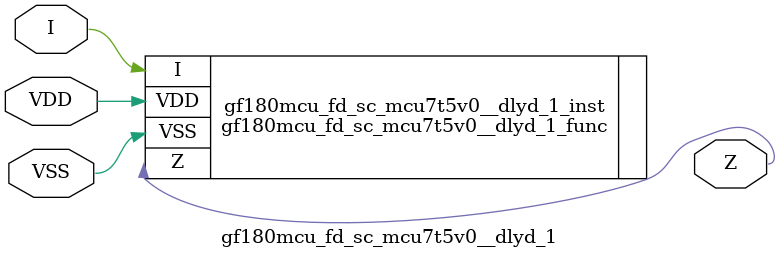
<source format=v>

module gf180mcu_fd_sc_mcu7t5v0__dlyd_1( I, Z, VDD, VSS );
input I;
inout VDD, VSS;
output Z;

   `ifdef FUNCTIONAL  //  functional //

	gf180mcu_fd_sc_mcu7t5v0__dlyd_1_func gf180mcu_fd_sc_mcu7t5v0__dlyd_1_behav_inst(.I(I),.Z(Z),.VDD(VDD),.VSS(VSS));

   `else

	gf180mcu_fd_sc_mcu7t5v0__dlyd_1_func gf180mcu_fd_sc_mcu7t5v0__dlyd_1_inst(.I(I),.Z(Z),.VDD(VDD),.VSS(VSS));

	// spec_gates_begin


	// spec_gates_end



   specify

	// specify_block_begin

	// comb arc I --> Z
	 (I => Z) = (1.0,1.0);

	// specify_block_end

   endspecify

   `endif

endmodule

</source>
